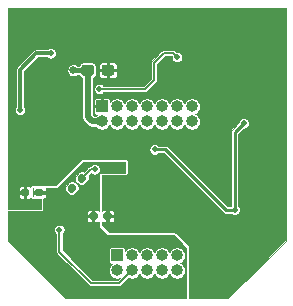
<source format=gbr>
%TF.GenerationSoftware,KiCad,Pcbnew,(5.1.8)-1*%
%TF.CreationDate,2021-11-17T13:18:44-05:00*%
%TF.ProjectId,impedance_measurement,696d7065-6461-46e6-9365-5f6d65617375,rev?*%
%TF.SameCoordinates,Original*%
%TF.FileFunction,Copper,L2,Bot*%
%TF.FilePolarity,Positive*%
%FSLAX46Y46*%
G04 Gerber Fmt 4.6, Leading zero omitted, Abs format (unit mm)*
G04 Created by KiCad (PCBNEW (5.1.8)-1) date 2021-11-17 13:18:44*
%MOMM*%
%LPD*%
G01*
G04 APERTURE LIST*
%TA.AperFunction,ComponentPad*%
%ADD10O,1.000000X1.000000*%
%TD*%
%TA.AperFunction,ComponentPad*%
%ADD11R,1.000000X1.000000*%
%TD*%
%TA.AperFunction,ViaPad*%
%ADD12C,0.508000*%
%TD*%
%TA.AperFunction,ViaPad*%
%ADD13C,0.635000*%
%TD*%
%TA.AperFunction,Conductor*%
%ADD14C,0.152400*%
%TD*%
%TA.AperFunction,Conductor*%
%ADD15C,0.304800*%
%TD*%
%TA.AperFunction,Conductor*%
%ADD16C,0.254000*%
%TD*%
%TA.AperFunction,Conductor*%
%ADD17C,0.508000*%
%TD*%
%TA.AperFunction,Conductor*%
%ADD18C,0.381000*%
%TD*%
%TA.AperFunction,Conductor*%
%ADD19C,0.076200*%
%TD*%
%TA.AperFunction,Conductor*%
%ADD20C,0.100000*%
%TD*%
G04 APERTURE END LIST*
%TO.P,R10,2*%
%TO.N,GND*%
%TA.AperFunction,SMDPad,CuDef*%
G36*
G01*
X122060000Y-115680000D02*
X122060000Y-116000000D01*
G75*
G02*
X121900000Y-116160000I-160000J0D01*
G01*
X121505000Y-116160000D01*
G75*
G02*
X121345000Y-116000000I0J160000D01*
G01*
X121345000Y-115680000D01*
G75*
G02*
X121505000Y-115520000I160000J0D01*
G01*
X121900000Y-115520000D01*
G75*
G02*
X122060000Y-115680000I0J-160000D01*
G01*
G37*
%TD.AperFunction*%
%TO.P,R10,1*%
%TO.N,GNDREF*%
%TA.AperFunction,SMDPad,CuDef*%
G36*
G01*
X123255000Y-115680000D02*
X123255000Y-116000000D01*
G75*
G02*
X123095000Y-116160000I-160000J0D01*
G01*
X122700000Y-116160000D01*
G75*
G02*
X122540000Y-116000000I0J160000D01*
G01*
X122540000Y-115680000D01*
G75*
G02*
X122700000Y-115520000I160000J0D01*
G01*
X123095000Y-115520000D01*
G75*
G02*
X123255000Y-115680000I0J-160000D01*
G01*
G37*
%TD.AperFunction*%
%TD*%
%TO.P,R9,2*%
%TO.N,GND*%
%TA.AperFunction,SMDPad,CuDef*%
G36*
G01*
X128320000Y-118010000D02*
X128320000Y-117690000D01*
G75*
G02*
X128480000Y-117530000I160000J0D01*
G01*
X128875000Y-117530000D01*
G75*
G02*
X129035000Y-117690000I0J-160000D01*
G01*
X129035000Y-118010000D01*
G75*
G02*
X128875000Y-118170000I-160000J0D01*
G01*
X128480000Y-118170000D01*
G75*
G02*
X128320000Y-118010000I0J160000D01*
G01*
G37*
%TD.AperFunction*%
%TO.P,R9,1*%
%TO.N,GNDREF*%
%TA.AperFunction,SMDPad,CuDef*%
G36*
G01*
X127125000Y-118010000D02*
X127125000Y-117690000D01*
G75*
G02*
X127285000Y-117530000I160000J0D01*
G01*
X127680000Y-117530000D01*
G75*
G02*
X127840000Y-117690000I0J-160000D01*
G01*
X127840000Y-118010000D01*
G75*
G02*
X127680000Y-118170000I-160000J0D01*
G01*
X127285000Y-118170000D01*
G75*
G02*
X127125000Y-118010000I0J160000D01*
G01*
G37*
%TD.AperFunction*%
%TD*%
%TO.P,R7,2*%
%TO.N,N/C*%
%TA.AperFunction,SMDPad,CuDef*%
G36*
G01*
X125797158Y-115116568D02*
X126023432Y-115342842D01*
G75*
G02*
X126023432Y-115569116I-113137J-113137D01*
G01*
X125744124Y-115848424D01*
G75*
G02*
X125517850Y-115848424I-113137J113137D01*
G01*
X125291576Y-115622150D01*
G75*
G02*
X125291576Y-115395876I113137J113137D01*
G01*
X125570884Y-115116568D01*
G75*
G02*
X125797158Y-115116568I113137J-113137D01*
G01*
G37*
%TD.AperFunction*%
%TO.P,R7,1*%
%TO.N,Net-(R7-Pad1)*%
%TA.AperFunction,SMDPad,CuDef*%
G36*
G01*
X126642150Y-114271576D02*
X126868424Y-114497850D01*
G75*
G02*
X126868424Y-114724124I-113137J-113137D01*
G01*
X126589116Y-115003432D01*
G75*
G02*
X126362842Y-115003432I-113137J113137D01*
G01*
X126136568Y-114777158D01*
G75*
G02*
X126136568Y-114550884I113137J113137D01*
G01*
X126415876Y-114271576D01*
G75*
G02*
X126642150Y-114271576I113137J-113137D01*
G01*
G37*
%TD.AperFunction*%
%TD*%
D10*
%TO.P,J4,10*%
%TO.N,N/C*%
X134540000Y-122440000D03*
%TO.P,J4,9*%
X134540000Y-121170000D03*
%TO.P,J4,8*%
X133270000Y-122440000D03*
%TO.P,J4,7*%
X133270000Y-121170000D03*
%TO.P,J4,6*%
X132000000Y-122440000D03*
%TO.P,J4,5*%
X132000000Y-121170000D03*
%TO.P,J4,4*%
%TO.N,/SDA*%
X130730000Y-122440000D03*
%TO.P,J4,3*%
%TO.N,N/C*%
X130730000Y-121170000D03*
%TO.P,J4,2*%
%TO.N,/SCL*%
X129460000Y-122440000D03*
D11*
%TO.P,J4,1*%
%TO.N,N/C*%
X129460000Y-121170000D03*
%TD*%
D10*
%TO.P,J3,14*%
%TO.N,N/C*%
X135810000Y-109820000D03*
%TO.P,J3,13*%
X135810000Y-108550000D03*
%TO.P,J3,12*%
X134540000Y-109820000D03*
%TO.P,J3,11*%
X134540000Y-108550000D03*
%TO.P,J3,10*%
%TO.N,/Cali_switch*%
X133270000Y-109820000D03*
%TO.P,J3,9*%
%TO.N,N/C*%
X133270000Y-108550000D03*
%TO.P,J3,8*%
X132000000Y-109820000D03*
%TO.P,J3,7*%
X132000000Y-108550000D03*
%TO.P,J3,6*%
X130730000Y-109820000D03*
%TO.P,J3,5*%
X130730000Y-108550000D03*
%TO.P,J3,4*%
X129460000Y-109820000D03*
%TO.P,J3,3*%
X129460000Y-108550000D03*
%TO.P,J3,2*%
%TO.N,+3V3*%
X128190000Y-109820000D03*
D11*
%TO.P,J3,1*%
%TO.N,GND*%
X128190000Y-108550000D03*
%TD*%
%TO.P,C6,2*%
%TO.N,+3V3*%
%TA.AperFunction,SMDPad,CuDef*%
G36*
G01*
X127525000Y-105252500D02*
X127525000Y-105727500D01*
G75*
G02*
X127287500Y-105965000I-237500J0D01*
G01*
X126687500Y-105965000D01*
G75*
G02*
X126450000Y-105727500I0J237500D01*
G01*
X126450000Y-105252500D01*
G75*
G02*
X126687500Y-105015000I237500J0D01*
G01*
X127287500Y-105015000D01*
G75*
G02*
X127525000Y-105252500I0J-237500D01*
G01*
G37*
%TD.AperFunction*%
%TO.P,C6,1*%
%TO.N,GND*%
%TA.AperFunction,SMDPad,CuDef*%
G36*
G01*
X129250000Y-105252500D02*
X129250000Y-105727500D01*
G75*
G02*
X129012500Y-105965000I-237500J0D01*
G01*
X128412500Y-105965000D01*
G75*
G02*
X128175000Y-105727500I0J237500D01*
G01*
X128175000Y-105252500D01*
G75*
G02*
X128412500Y-105015000I237500J0D01*
G01*
X129012500Y-105015000D01*
G75*
G02*
X129250000Y-105252500I0J-237500D01*
G01*
G37*
%TD.AperFunction*%
%TD*%
D12*
%TO.N,GND*%
X140530000Y-118240000D03*
X141320000Y-108250000D03*
X121180000Y-112160000D03*
X124610000Y-111300000D03*
X122910000Y-110580000D03*
X122690000Y-105530000D03*
X125410000Y-107490000D03*
X125390000Y-106800000D03*
X131270000Y-105670000D03*
X130550000Y-103540000D03*
X131530000Y-103540000D03*
X131530000Y-102860000D03*
X130550000Y-102860000D03*
X130550000Y-101940000D03*
X131530000Y-101940000D03*
X131520000Y-101270000D03*
X130560000Y-101270000D03*
X139770000Y-103540000D03*
X140750000Y-103540000D03*
X140750000Y-102860000D03*
X139770000Y-102860000D03*
X139770000Y-101940000D03*
X140750000Y-101940000D03*
X140740000Y-101270000D03*
X139790000Y-101270000D03*
%TO.N,/Cali_switch*%
X134570000Y-104390000D03*
X127980000Y-107080000D03*
%TO.N,VDD*%
X121268750Y-108851250D03*
X123860000Y-104060000D03*
%TO.N,GND*%
X134210000Y-107110000D03*
X135510000Y-116340000D03*
X122700000Y-116800000D03*
X121600000Y-116800000D03*
%TO.N,+3V0*%
X139430000Y-117310000D03*
X132671250Y-112201250D03*
X140210000Y-109980000D03*
D13*
%TO.N,+3V3*%
X125780000Y-105490000D03*
D12*
%TO.N,GNDREF*%
X123900000Y-116200000D03*
X124500000Y-116800000D03*
%TO.N,/SDA*%
X124600000Y-119000000D03*
%TO.N,Net-(R7-Pad1)*%
X127590000Y-113880000D03*
%TD*%
D14*
%TO.N,/Cali_switch*%
X134570000Y-104390000D02*
X134210000Y-104030000D01*
D15*
%TO.N,VDD*%
X121268750Y-108851250D02*
X121268750Y-106651250D01*
X123860000Y-104060000D02*
X122660000Y-104060000D01*
X121268750Y-105451250D02*
X121268750Y-106651250D01*
X122660000Y-104060000D02*
X121268750Y-105451250D01*
D16*
%TO.N,+3V0*%
X138670000Y-117310000D02*
X133561250Y-112201250D01*
X133561250Y-112201250D02*
X132671250Y-112201250D01*
X139430000Y-117310000D02*
X138670000Y-117310000D01*
X139430000Y-117310000D02*
X139430000Y-110760000D01*
X139430000Y-110760000D02*
X140210000Y-109980000D01*
D17*
%TO.N,+3V3*%
X128190000Y-109820000D02*
X127360000Y-109820000D01*
X127360000Y-109820000D02*
X126987500Y-109447500D01*
X126987500Y-109447500D02*
X126987500Y-105490000D01*
D18*
X126987500Y-105490000D02*
X125780000Y-105490000D01*
D14*
%TO.N,/SDA*%
X130730000Y-122440000D02*
X129660000Y-123510000D01*
X129660000Y-123510000D02*
X127270000Y-123510000D01*
X124600000Y-120840000D02*
X124600000Y-119000000D01*
X127270000Y-123510000D02*
X124600000Y-120840000D01*
%TO.N,Net-(R7-Pad1)*%
X127260000Y-113880000D02*
X126502496Y-114637504D01*
X127590000Y-113880000D02*
X127260000Y-113880000D01*
%TO.N,/Cali_switch*%
X127980000Y-107080000D02*
X131840000Y-107080000D01*
X131840000Y-107080000D02*
X132590000Y-106330000D01*
X132590000Y-106330000D02*
X132590000Y-104880000D01*
X133440000Y-104030000D02*
X134210000Y-104030000D01*
X132590000Y-104880000D02*
X133440000Y-104030000D01*
%TD*%
D19*
%TO.N,GNDREF*%
X130161900Y-114161900D02*
X128000000Y-114161900D01*
X127992567Y-114162632D01*
X127985420Y-114164800D01*
X127978833Y-114168321D01*
X127973059Y-114173059D01*
X127968321Y-114178833D01*
X127964800Y-114185420D01*
X127962632Y-114192567D01*
X127961900Y-114200000D01*
X127961900Y-117383601D01*
X127946348Y-117370838D01*
X127913254Y-117353149D01*
X127877345Y-117342256D01*
X127840000Y-117338578D01*
X127619025Y-117339500D01*
X127571400Y-117387125D01*
X127571400Y-117761100D01*
X127591400Y-117761100D01*
X127591400Y-117938900D01*
X127571400Y-117938900D01*
X127571400Y-118312875D01*
X127619025Y-118360500D01*
X127840000Y-118361422D01*
X127877345Y-118357744D01*
X127913254Y-118346851D01*
X127946348Y-118329162D01*
X127961900Y-118316399D01*
X127961900Y-118700000D01*
X127962632Y-118707433D01*
X127964800Y-118714580D01*
X127968321Y-118721167D01*
X127973059Y-118726941D01*
X128673059Y-119426941D01*
X128678833Y-119431679D01*
X128685420Y-119435200D01*
X128692567Y-119437368D01*
X128700000Y-119438100D01*
X134284218Y-119438100D01*
X135361900Y-120515782D01*
X135361900Y-124784500D01*
X125089263Y-124784500D01*
X120215500Y-119910738D01*
X120215500Y-118956221D01*
X124155500Y-118956221D01*
X124155500Y-119043779D01*
X124172582Y-119129656D01*
X124206089Y-119210550D01*
X124254734Y-119283352D01*
X124316648Y-119345266D01*
X124333301Y-119356393D01*
X124333300Y-120826904D01*
X124332010Y-120840000D01*
X124333300Y-120853096D01*
X124333300Y-120853097D01*
X124337159Y-120892281D01*
X124352410Y-120942554D01*
X124377174Y-120988887D01*
X124410502Y-121029498D01*
X124420684Y-121037854D01*
X127072146Y-123689316D01*
X127080502Y-123699498D01*
X127121113Y-123732826D01*
X127167445Y-123757590D01*
X127217718Y-123772841D01*
X127256902Y-123776700D01*
X127256903Y-123776700D01*
X127269999Y-123777990D01*
X127283095Y-123776700D01*
X129646904Y-123776700D01*
X129660000Y-123777990D01*
X129673096Y-123776700D01*
X129673098Y-123776700D01*
X129712282Y-123772841D01*
X129762555Y-123757590D01*
X129808887Y-123732826D01*
X129849498Y-123699498D01*
X129857854Y-123689316D01*
X130468214Y-123078956D01*
X130528589Y-123103964D01*
X130661992Y-123130500D01*
X130798008Y-123130500D01*
X130931411Y-123103964D01*
X131057074Y-123051913D01*
X131170168Y-122976346D01*
X131266346Y-122880168D01*
X131341913Y-122767074D01*
X131365000Y-122711337D01*
X131388087Y-122767074D01*
X131463654Y-122880168D01*
X131559832Y-122976346D01*
X131672926Y-123051913D01*
X131798589Y-123103964D01*
X131931992Y-123130500D01*
X132068008Y-123130500D01*
X132201411Y-123103964D01*
X132327074Y-123051913D01*
X132440168Y-122976346D01*
X132536346Y-122880168D01*
X132611913Y-122767074D01*
X132635000Y-122711337D01*
X132658087Y-122767074D01*
X132733654Y-122880168D01*
X132829832Y-122976346D01*
X132942926Y-123051913D01*
X133068589Y-123103964D01*
X133201992Y-123130500D01*
X133338008Y-123130500D01*
X133471411Y-123103964D01*
X133597074Y-123051913D01*
X133710168Y-122976346D01*
X133806346Y-122880168D01*
X133881913Y-122767074D01*
X133905000Y-122711337D01*
X133928087Y-122767074D01*
X134003654Y-122880168D01*
X134099832Y-122976346D01*
X134212926Y-123051913D01*
X134338589Y-123103964D01*
X134471992Y-123130500D01*
X134608008Y-123130500D01*
X134741411Y-123103964D01*
X134867074Y-123051913D01*
X134980168Y-122976346D01*
X135076346Y-122880168D01*
X135151913Y-122767074D01*
X135203964Y-122641411D01*
X135230500Y-122508008D01*
X135230500Y-122371992D01*
X135203964Y-122238589D01*
X135151913Y-122112926D01*
X135076346Y-121999832D01*
X134980168Y-121903654D01*
X134867074Y-121828087D01*
X134811337Y-121805000D01*
X134867074Y-121781913D01*
X134980168Y-121706346D01*
X135076346Y-121610168D01*
X135151913Y-121497074D01*
X135203964Y-121371411D01*
X135230500Y-121238008D01*
X135230500Y-121101992D01*
X135203964Y-120968589D01*
X135151913Y-120842926D01*
X135076346Y-120729832D01*
X134980168Y-120633654D01*
X134867074Y-120558087D01*
X134741411Y-120506036D01*
X134608008Y-120479500D01*
X134471992Y-120479500D01*
X134338589Y-120506036D01*
X134212926Y-120558087D01*
X134099832Y-120633654D01*
X134003654Y-120729832D01*
X133928087Y-120842926D01*
X133905000Y-120898663D01*
X133881913Y-120842926D01*
X133806346Y-120729832D01*
X133710168Y-120633654D01*
X133597074Y-120558087D01*
X133471411Y-120506036D01*
X133338008Y-120479500D01*
X133201992Y-120479500D01*
X133068589Y-120506036D01*
X132942926Y-120558087D01*
X132829832Y-120633654D01*
X132733654Y-120729832D01*
X132658087Y-120842926D01*
X132635000Y-120898663D01*
X132611913Y-120842926D01*
X132536346Y-120729832D01*
X132440168Y-120633654D01*
X132327074Y-120558087D01*
X132201411Y-120506036D01*
X132068008Y-120479500D01*
X131931992Y-120479500D01*
X131798589Y-120506036D01*
X131672926Y-120558087D01*
X131559832Y-120633654D01*
X131463654Y-120729832D01*
X131388087Y-120842926D01*
X131365000Y-120898663D01*
X131341913Y-120842926D01*
X131266346Y-120729832D01*
X131170168Y-120633654D01*
X131057074Y-120558087D01*
X130931411Y-120506036D01*
X130798008Y-120479500D01*
X130661992Y-120479500D01*
X130528589Y-120506036D01*
X130402926Y-120558087D01*
X130289832Y-120633654D01*
X130193654Y-120729832D01*
X130151421Y-120793038D01*
X130151421Y-120670000D01*
X130147743Y-120632656D01*
X130136850Y-120596746D01*
X130119161Y-120563652D01*
X130095355Y-120534645D01*
X130066348Y-120510839D01*
X130033254Y-120493150D01*
X129997344Y-120482257D01*
X129960000Y-120478579D01*
X128960000Y-120478579D01*
X128922656Y-120482257D01*
X128886746Y-120493150D01*
X128853652Y-120510839D01*
X128824645Y-120534645D01*
X128800839Y-120563652D01*
X128783150Y-120596746D01*
X128772257Y-120632656D01*
X128768579Y-120670000D01*
X128768579Y-121670000D01*
X128772257Y-121707344D01*
X128783150Y-121743254D01*
X128800839Y-121776348D01*
X128824645Y-121805355D01*
X128853652Y-121829161D01*
X128886746Y-121846850D01*
X128922656Y-121857743D01*
X128960000Y-121861421D01*
X129083038Y-121861421D01*
X129019832Y-121903654D01*
X128923654Y-121999832D01*
X128848087Y-122112926D01*
X128796036Y-122238589D01*
X128769500Y-122371992D01*
X128769500Y-122508008D01*
X128796036Y-122641411D01*
X128848087Y-122767074D01*
X128923654Y-122880168D01*
X129019832Y-122976346D01*
X129132926Y-123051913D01*
X129258589Y-123103964D01*
X129391992Y-123130500D01*
X129528008Y-123130500D01*
X129661411Y-123103964D01*
X129708279Y-123084551D01*
X129549530Y-123243300D01*
X127380470Y-123243300D01*
X124866700Y-120729530D01*
X124866700Y-119356393D01*
X124883352Y-119345266D01*
X124945266Y-119283352D01*
X124993911Y-119210550D01*
X125027418Y-119129656D01*
X125044500Y-119043779D01*
X125044500Y-118956221D01*
X125027418Y-118870344D01*
X124993911Y-118789450D01*
X124945266Y-118716648D01*
X124883352Y-118654734D01*
X124810550Y-118606089D01*
X124729656Y-118572582D01*
X124643779Y-118555500D01*
X124556221Y-118555500D01*
X124470344Y-118572582D01*
X124389450Y-118606089D01*
X124316648Y-118654734D01*
X124254734Y-118716648D01*
X124206089Y-118789450D01*
X124172582Y-118870344D01*
X124155500Y-118956221D01*
X120215500Y-118956221D01*
X120215500Y-118170000D01*
X126933578Y-118170000D01*
X126937256Y-118207345D01*
X126948149Y-118243254D01*
X126965838Y-118276348D01*
X126989644Y-118305356D01*
X127018652Y-118329162D01*
X127051746Y-118346851D01*
X127087655Y-118357744D01*
X127125000Y-118361422D01*
X127345975Y-118360500D01*
X127393600Y-118312875D01*
X127393600Y-117938900D01*
X126982125Y-117938900D01*
X126934500Y-117986525D01*
X126933578Y-118170000D01*
X120215500Y-118170000D01*
X120215500Y-117530000D01*
X126933578Y-117530000D01*
X126934500Y-117713475D01*
X126982125Y-117761100D01*
X127393600Y-117761100D01*
X127393600Y-117387125D01*
X127345975Y-117339500D01*
X127125000Y-117338578D01*
X127087655Y-117342256D01*
X127051746Y-117353149D01*
X127018652Y-117370838D01*
X126989644Y-117394644D01*
X126965838Y-117423652D01*
X126948149Y-117456746D01*
X126937256Y-117492655D01*
X126933578Y-117530000D01*
X120215500Y-117530000D01*
X120215500Y-117438100D01*
X123200000Y-117438100D01*
X123207433Y-117437368D01*
X123214580Y-117435200D01*
X123221167Y-117431679D01*
X123226941Y-117426941D01*
X123231679Y-117421167D01*
X123235200Y-117414580D01*
X123237368Y-117407433D01*
X123238100Y-117400000D01*
X123238100Y-116351351D01*
X123255000Y-116351422D01*
X123292345Y-116347744D01*
X123328254Y-116336851D01*
X123361348Y-116319162D01*
X123390356Y-116295356D01*
X123414162Y-116266348D01*
X123431851Y-116233254D01*
X123442744Y-116197345D01*
X123446422Y-116160000D01*
X123445500Y-115976525D01*
X123397875Y-115928900D01*
X122986400Y-115928900D01*
X122986400Y-115948900D01*
X122808600Y-115948900D01*
X122808600Y-115928900D01*
X122397125Y-115928900D01*
X122349500Y-115976525D01*
X122348578Y-116160000D01*
X122348765Y-116161900D01*
X122338100Y-116161900D01*
X122338100Y-115438100D01*
X122367770Y-115438100D01*
X122363149Y-115446746D01*
X122352256Y-115482655D01*
X122348578Y-115520000D01*
X122349500Y-115703475D01*
X122397125Y-115751100D01*
X122808600Y-115751100D01*
X122808600Y-115731100D01*
X122986400Y-115731100D01*
X122986400Y-115751100D01*
X123397875Y-115751100D01*
X123445500Y-115703475D01*
X123446422Y-115520000D01*
X123445340Y-115509013D01*
X125053292Y-115509013D01*
X125060044Y-115577572D01*
X125080042Y-115643496D01*
X125112517Y-115704252D01*
X125156221Y-115757505D01*
X125382495Y-115983779D01*
X125435748Y-116027483D01*
X125496504Y-116059958D01*
X125562428Y-116079956D01*
X125630987Y-116086708D01*
X125699546Y-116079956D01*
X125765470Y-116059958D01*
X125826226Y-116027483D01*
X125879479Y-115983779D01*
X126158787Y-115704471D01*
X126202491Y-115651218D01*
X126234966Y-115590462D01*
X126254964Y-115524538D01*
X126261716Y-115455979D01*
X126254964Y-115387420D01*
X126234966Y-115321496D01*
X126202491Y-115260740D01*
X126158787Y-115207487D01*
X125932513Y-114981213D01*
X125879260Y-114937509D01*
X125818504Y-114905034D01*
X125752580Y-114885036D01*
X125684021Y-114878284D01*
X125615462Y-114885036D01*
X125549538Y-114905034D01*
X125488782Y-114937509D01*
X125435529Y-114981213D01*
X125156221Y-115260521D01*
X125112517Y-115313774D01*
X125080042Y-115374530D01*
X125060044Y-115440454D01*
X125053292Y-115509013D01*
X123445340Y-115509013D01*
X123442744Y-115482655D01*
X123431851Y-115446746D01*
X123427230Y-115438100D01*
X124400000Y-115438100D01*
X124407433Y-115437368D01*
X124414580Y-115435200D01*
X124421167Y-115431679D01*
X124426941Y-115426941D01*
X125189861Y-114664021D01*
X125898284Y-114664021D01*
X125905036Y-114732580D01*
X125925034Y-114798504D01*
X125957509Y-114859260D01*
X126001213Y-114912513D01*
X126227487Y-115138787D01*
X126280740Y-115182491D01*
X126341496Y-115214966D01*
X126407420Y-115234964D01*
X126475979Y-115241716D01*
X126544538Y-115234964D01*
X126610462Y-115214966D01*
X126671218Y-115182491D01*
X126724471Y-115138787D01*
X127003779Y-114859479D01*
X127047483Y-114806226D01*
X127079958Y-114745470D01*
X127099956Y-114679546D01*
X127106708Y-114610987D01*
X127099956Y-114542428D01*
X127079958Y-114476504D01*
X127066271Y-114450899D01*
X127299276Y-114217894D01*
X127306648Y-114225266D01*
X127379450Y-114273911D01*
X127460344Y-114307418D01*
X127546221Y-114324500D01*
X127633779Y-114324500D01*
X127719656Y-114307418D01*
X127800550Y-114273911D01*
X127873352Y-114225266D01*
X127935266Y-114163352D01*
X127983911Y-114090550D01*
X128017418Y-114009656D01*
X128034500Y-113923779D01*
X128034500Y-113836221D01*
X128017418Y-113750344D01*
X127983911Y-113669450D01*
X127935266Y-113596648D01*
X127873352Y-113534734D01*
X127800550Y-113486089D01*
X127719656Y-113452582D01*
X127633779Y-113435500D01*
X127546221Y-113435500D01*
X127460344Y-113452582D01*
X127379450Y-113486089D01*
X127306648Y-113534734D01*
X127244734Y-113596648D01*
X127232671Y-113614702D01*
X127207718Y-113617159D01*
X127157445Y-113632410D01*
X127117091Y-113653979D01*
X127111111Y-113657175D01*
X127101729Y-113664875D01*
X127070502Y-113690502D01*
X127062146Y-113700684D01*
X126689101Y-114073729D01*
X126663496Y-114060042D01*
X126597572Y-114040044D01*
X126529013Y-114033292D01*
X126460454Y-114040044D01*
X126394530Y-114060042D01*
X126333774Y-114092517D01*
X126280521Y-114136221D01*
X126001213Y-114415529D01*
X125957509Y-114468782D01*
X125925034Y-114529538D01*
X125905036Y-114595462D01*
X125898284Y-114664021D01*
X125189861Y-114664021D01*
X126615782Y-113238100D01*
X130161900Y-113238100D01*
X130161900Y-114161900D01*
%TA.AperFunction,Conductor*%
D20*
G36*
X130161900Y-114161900D02*
G01*
X128000000Y-114161900D01*
X127992567Y-114162632D01*
X127985420Y-114164800D01*
X127978833Y-114168321D01*
X127973059Y-114173059D01*
X127968321Y-114178833D01*
X127964800Y-114185420D01*
X127962632Y-114192567D01*
X127961900Y-114200000D01*
X127961900Y-117383601D01*
X127946348Y-117370838D01*
X127913254Y-117353149D01*
X127877345Y-117342256D01*
X127840000Y-117338578D01*
X127619025Y-117339500D01*
X127571400Y-117387125D01*
X127571400Y-117761100D01*
X127591400Y-117761100D01*
X127591400Y-117938900D01*
X127571400Y-117938900D01*
X127571400Y-118312875D01*
X127619025Y-118360500D01*
X127840000Y-118361422D01*
X127877345Y-118357744D01*
X127913254Y-118346851D01*
X127946348Y-118329162D01*
X127961900Y-118316399D01*
X127961900Y-118700000D01*
X127962632Y-118707433D01*
X127964800Y-118714580D01*
X127968321Y-118721167D01*
X127973059Y-118726941D01*
X128673059Y-119426941D01*
X128678833Y-119431679D01*
X128685420Y-119435200D01*
X128692567Y-119437368D01*
X128700000Y-119438100D01*
X134284218Y-119438100D01*
X135361900Y-120515782D01*
X135361900Y-124784500D01*
X125089263Y-124784500D01*
X120215500Y-119910738D01*
X120215500Y-118956221D01*
X124155500Y-118956221D01*
X124155500Y-119043779D01*
X124172582Y-119129656D01*
X124206089Y-119210550D01*
X124254734Y-119283352D01*
X124316648Y-119345266D01*
X124333301Y-119356393D01*
X124333300Y-120826904D01*
X124332010Y-120840000D01*
X124333300Y-120853096D01*
X124333300Y-120853097D01*
X124337159Y-120892281D01*
X124352410Y-120942554D01*
X124377174Y-120988887D01*
X124410502Y-121029498D01*
X124420684Y-121037854D01*
X127072146Y-123689316D01*
X127080502Y-123699498D01*
X127121113Y-123732826D01*
X127167445Y-123757590D01*
X127217718Y-123772841D01*
X127256902Y-123776700D01*
X127256903Y-123776700D01*
X127269999Y-123777990D01*
X127283095Y-123776700D01*
X129646904Y-123776700D01*
X129660000Y-123777990D01*
X129673096Y-123776700D01*
X129673098Y-123776700D01*
X129712282Y-123772841D01*
X129762555Y-123757590D01*
X129808887Y-123732826D01*
X129849498Y-123699498D01*
X129857854Y-123689316D01*
X130468214Y-123078956D01*
X130528589Y-123103964D01*
X130661992Y-123130500D01*
X130798008Y-123130500D01*
X130931411Y-123103964D01*
X131057074Y-123051913D01*
X131170168Y-122976346D01*
X131266346Y-122880168D01*
X131341913Y-122767074D01*
X131365000Y-122711337D01*
X131388087Y-122767074D01*
X131463654Y-122880168D01*
X131559832Y-122976346D01*
X131672926Y-123051913D01*
X131798589Y-123103964D01*
X131931992Y-123130500D01*
X132068008Y-123130500D01*
X132201411Y-123103964D01*
X132327074Y-123051913D01*
X132440168Y-122976346D01*
X132536346Y-122880168D01*
X132611913Y-122767074D01*
X132635000Y-122711337D01*
X132658087Y-122767074D01*
X132733654Y-122880168D01*
X132829832Y-122976346D01*
X132942926Y-123051913D01*
X133068589Y-123103964D01*
X133201992Y-123130500D01*
X133338008Y-123130500D01*
X133471411Y-123103964D01*
X133597074Y-123051913D01*
X133710168Y-122976346D01*
X133806346Y-122880168D01*
X133881913Y-122767074D01*
X133905000Y-122711337D01*
X133928087Y-122767074D01*
X134003654Y-122880168D01*
X134099832Y-122976346D01*
X134212926Y-123051913D01*
X134338589Y-123103964D01*
X134471992Y-123130500D01*
X134608008Y-123130500D01*
X134741411Y-123103964D01*
X134867074Y-123051913D01*
X134980168Y-122976346D01*
X135076346Y-122880168D01*
X135151913Y-122767074D01*
X135203964Y-122641411D01*
X135230500Y-122508008D01*
X135230500Y-122371992D01*
X135203964Y-122238589D01*
X135151913Y-122112926D01*
X135076346Y-121999832D01*
X134980168Y-121903654D01*
X134867074Y-121828087D01*
X134811337Y-121805000D01*
X134867074Y-121781913D01*
X134980168Y-121706346D01*
X135076346Y-121610168D01*
X135151913Y-121497074D01*
X135203964Y-121371411D01*
X135230500Y-121238008D01*
X135230500Y-121101992D01*
X135203964Y-120968589D01*
X135151913Y-120842926D01*
X135076346Y-120729832D01*
X134980168Y-120633654D01*
X134867074Y-120558087D01*
X134741411Y-120506036D01*
X134608008Y-120479500D01*
X134471992Y-120479500D01*
X134338589Y-120506036D01*
X134212926Y-120558087D01*
X134099832Y-120633654D01*
X134003654Y-120729832D01*
X133928087Y-120842926D01*
X133905000Y-120898663D01*
X133881913Y-120842926D01*
X133806346Y-120729832D01*
X133710168Y-120633654D01*
X133597074Y-120558087D01*
X133471411Y-120506036D01*
X133338008Y-120479500D01*
X133201992Y-120479500D01*
X133068589Y-120506036D01*
X132942926Y-120558087D01*
X132829832Y-120633654D01*
X132733654Y-120729832D01*
X132658087Y-120842926D01*
X132635000Y-120898663D01*
X132611913Y-120842926D01*
X132536346Y-120729832D01*
X132440168Y-120633654D01*
X132327074Y-120558087D01*
X132201411Y-120506036D01*
X132068008Y-120479500D01*
X131931992Y-120479500D01*
X131798589Y-120506036D01*
X131672926Y-120558087D01*
X131559832Y-120633654D01*
X131463654Y-120729832D01*
X131388087Y-120842926D01*
X131365000Y-120898663D01*
X131341913Y-120842926D01*
X131266346Y-120729832D01*
X131170168Y-120633654D01*
X131057074Y-120558087D01*
X130931411Y-120506036D01*
X130798008Y-120479500D01*
X130661992Y-120479500D01*
X130528589Y-120506036D01*
X130402926Y-120558087D01*
X130289832Y-120633654D01*
X130193654Y-120729832D01*
X130151421Y-120793038D01*
X130151421Y-120670000D01*
X130147743Y-120632656D01*
X130136850Y-120596746D01*
X130119161Y-120563652D01*
X130095355Y-120534645D01*
X130066348Y-120510839D01*
X130033254Y-120493150D01*
X129997344Y-120482257D01*
X129960000Y-120478579D01*
X128960000Y-120478579D01*
X128922656Y-120482257D01*
X128886746Y-120493150D01*
X128853652Y-120510839D01*
X128824645Y-120534645D01*
X128800839Y-120563652D01*
X128783150Y-120596746D01*
X128772257Y-120632656D01*
X128768579Y-120670000D01*
X128768579Y-121670000D01*
X128772257Y-121707344D01*
X128783150Y-121743254D01*
X128800839Y-121776348D01*
X128824645Y-121805355D01*
X128853652Y-121829161D01*
X128886746Y-121846850D01*
X128922656Y-121857743D01*
X128960000Y-121861421D01*
X129083038Y-121861421D01*
X129019832Y-121903654D01*
X128923654Y-121999832D01*
X128848087Y-122112926D01*
X128796036Y-122238589D01*
X128769500Y-122371992D01*
X128769500Y-122508008D01*
X128796036Y-122641411D01*
X128848087Y-122767074D01*
X128923654Y-122880168D01*
X129019832Y-122976346D01*
X129132926Y-123051913D01*
X129258589Y-123103964D01*
X129391992Y-123130500D01*
X129528008Y-123130500D01*
X129661411Y-123103964D01*
X129708279Y-123084551D01*
X129549530Y-123243300D01*
X127380470Y-123243300D01*
X124866700Y-120729530D01*
X124866700Y-119356393D01*
X124883352Y-119345266D01*
X124945266Y-119283352D01*
X124993911Y-119210550D01*
X125027418Y-119129656D01*
X125044500Y-119043779D01*
X125044500Y-118956221D01*
X125027418Y-118870344D01*
X124993911Y-118789450D01*
X124945266Y-118716648D01*
X124883352Y-118654734D01*
X124810550Y-118606089D01*
X124729656Y-118572582D01*
X124643779Y-118555500D01*
X124556221Y-118555500D01*
X124470344Y-118572582D01*
X124389450Y-118606089D01*
X124316648Y-118654734D01*
X124254734Y-118716648D01*
X124206089Y-118789450D01*
X124172582Y-118870344D01*
X124155500Y-118956221D01*
X120215500Y-118956221D01*
X120215500Y-118170000D01*
X126933578Y-118170000D01*
X126937256Y-118207345D01*
X126948149Y-118243254D01*
X126965838Y-118276348D01*
X126989644Y-118305356D01*
X127018652Y-118329162D01*
X127051746Y-118346851D01*
X127087655Y-118357744D01*
X127125000Y-118361422D01*
X127345975Y-118360500D01*
X127393600Y-118312875D01*
X127393600Y-117938900D01*
X126982125Y-117938900D01*
X126934500Y-117986525D01*
X126933578Y-118170000D01*
X120215500Y-118170000D01*
X120215500Y-117530000D01*
X126933578Y-117530000D01*
X126934500Y-117713475D01*
X126982125Y-117761100D01*
X127393600Y-117761100D01*
X127393600Y-117387125D01*
X127345975Y-117339500D01*
X127125000Y-117338578D01*
X127087655Y-117342256D01*
X127051746Y-117353149D01*
X127018652Y-117370838D01*
X126989644Y-117394644D01*
X126965838Y-117423652D01*
X126948149Y-117456746D01*
X126937256Y-117492655D01*
X126933578Y-117530000D01*
X120215500Y-117530000D01*
X120215500Y-117438100D01*
X123200000Y-117438100D01*
X123207433Y-117437368D01*
X123214580Y-117435200D01*
X123221167Y-117431679D01*
X123226941Y-117426941D01*
X123231679Y-117421167D01*
X123235200Y-117414580D01*
X123237368Y-117407433D01*
X123238100Y-117400000D01*
X123238100Y-116351351D01*
X123255000Y-116351422D01*
X123292345Y-116347744D01*
X123328254Y-116336851D01*
X123361348Y-116319162D01*
X123390356Y-116295356D01*
X123414162Y-116266348D01*
X123431851Y-116233254D01*
X123442744Y-116197345D01*
X123446422Y-116160000D01*
X123445500Y-115976525D01*
X123397875Y-115928900D01*
X122986400Y-115928900D01*
X122986400Y-115948900D01*
X122808600Y-115948900D01*
X122808600Y-115928900D01*
X122397125Y-115928900D01*
X122349500Y-115976525D01*
X122348578Y-116160000D01*
X122348765Y-116161900D01*
X122338100Y-116161900D01*
X122338100Y-115438100D01*
X122367770Y-115438100D01*
X122363149Y-115446746D01*
X122352256Y-115482655D01*
X122348578Y-115520000D01*
X122349500Y-115703475D01*
X122397125Y-115751100D01*
X122808600Y-115751100D01*
X122808600Y-115731100D01*
X122986400Y-115731100D01*
X122986400Y-115751100D01*
X123397875Y-115751100D01*
X123445500Y-115703475D01*
X123446422Y-115520000D01*
X123445340Y-115509013D01*
X125053292Y-115509013D01*
X125060044Y-115577572D01*
X125080042Y-115643496D01*
X125112517Y-115704252D01*
X125156221Y-115757505D01*
X125382495Y-115983779D01*
X125435748Y-116027483D01*
X125496504Y-116059958D01*
X125562428Y-116079956D01*
X125630987Y-116086708D01*
X125699546Y-116079956D01*
X125765470Y-116059958D01*
X125826226Y-116027483D01*
X125879479Y-115983779D01*
X126158787Y-115704471D01*
X126202491Y-115651218D01*
X126234966Y-115590462D01*
X126254964Y-115524538D01*
X126261716Y-115455979D01*
X126254964Y-115387420D01*
X126234966Y-115321496D01*
X126202491Y-115260740D01*
X126158787Y-115207487D01*
X125932513Y-114981213D01*
X125879260Y-114937509D01*
X125818504Y-114905034D01*
X125752580Y-114885036D01*
X125684021Y-114878284D01*
X125615462Y-114885036D01*
X125549538Y-114905034D01*
X125488782Y-114937509D01*
X125435529Y-114981213D01*
X125156221Y-115260521D01*
X125112517Y-115313774D01*
X125080042Y-115374530D01*
X125060044Y-115440454D01*
X125053292Y-115509013D01*
X123445340Y-115509013D01*
X123442744Y-115482655D01*
X123431851Y-115446746D01*
X123427230Y-115438100D01*
X124400000Y-115438100D01*
X124407433Y-115437368D01*
X124414580Y-115435200D01*
X124421167Y-115431679D01*
X124426941Y-115426941D01*
X125189861Y-114664021D01*
X125898284Y-114664021D01*
X125905036Y-114732580D01*
X125925034Y-114798504D01*
X125957509Y-114859260D01*
X126001213Y-114912513D01*
X126227487Y-115138787D01*
X126280740Y-115182491D01*
X126341496Y-115214966D01*
X126407420Y-115234964D01*
X126475979Y-115241716D01*
X126544538Y-115234964D01*
X126610462Y-115214966D01*
X126671218Y-115182491D01*
X126724471Y-115138787D01*
X127003779Y-114859479D01*
X127047483Y-114806226D01*
X127079958Y-114745470D01*
X127099956Y-114679546D01*
X127106708Y-114610987D01*
X127099956Y-114542428D01*
X127079958Y-114476504D01*
X127066271Y-114450899D01*
X127299276Y-114217894D01*
X127306648Y-114225266D01*
X127379450Y-114273911D01*
X127460344Y-114307418D01*
X127546221Y-114324500D01*
X127633779Y-114324500D01*
X127719656Y-114307418D01*
X127800550Y-114273911D01*
X127873352Y-114225266D01*
X127935266Y-114163352D01*
X127983911Y-114090550D01*
X128017418Y-114009656D01*
X128034500Y-113923779D01*
X128034500Y-113836221D01*
X128017418Y-113750344D01*
X127983911Y-113669450D01*
X127935266Y-113596648D01*
X127873352Y-113534734D01*
X127800550Y-113486089D01*
X127719656Y-113452582D01*
X127633779Y-113435500D01*
X127546221Y-113435500D01*
X127460344Y-113452582D01*
X127379450Y-113486089D01*
X127306648Y-113534734D01*
X127244734Y-113596648D01*
X127232671Y-113614702D01*
X127207718Y-113617159D01*
X127157445Y-113632410D01*
X127117091Y-113653979D01*
X127111111Y-113657175D01*
X127101729Y-113664875D01*
X127070502Y-113690502D01*
X127062146Y-113700684D01*
X126689101Y-114073729D01*
X126663496Y-114060042D01*
X126597572Y-114040044D01*
X126529013Y-114033292D01*
X126460454Y-114040044D01*
X126394530Y-114060042D01*
X126333774Y-114092517D01*
X126280521Y-114136221D01*
X126001213Y-114415529D01*
X125957509Y-114468782D01*
X125925034Y-114529538D01*
X125905036Y-114595462D01*
X125898284Y-114664021D01*
X125189861Y-114664021D01*
X126615782Y-113238100D01*
X130161900Y-113238100D01*
X130161900Y-114161900D01*
G37*
%TD.AperFunction*%
%TD*%
D19*
%TO.N,GND*%
X143784501Y-119910736D02*
X138910738Y-124784500D01*
X135590500Y-124784500D01*
X135590500Y-120500000D01*
X135586840Y-120462835D01*
X135575999Y-120427099D01*
X135558395Y-120394164D01*
X135534704Y-120365296D01*
X134434704Y-119265296D01*
X134405836Y-119241605D01*
X134372901Y-119224001D01*
X134337165Y-119213160D01*
X134300000Y-119209500D01*
X128778908Y-119209500D01*
X128190500Y-118621092D01*
X128190500Y-118310162D01*
X128213652Y-118329162D01*
X128246746Y-118346851D01*
X128282655Y-118357744D01*
X128320000Y-118361422D01*
X128540975Y-118360500D01*
X128588600Y-118312875D01*
X128588600Y-117938900D01*
X128766400Y-117938900D01*
X128766400Y-118312875D01*
X128814025Y-118360500D01*
X129035000Y-118361422D01*
X129072345Y-118357744D01*
X129108254Y-118346851D01*
X129141348Y-118329162D01*
X129170356Y-118305356D01*
X129194162Y-118276348D01*
X129211851Y-118243254D01*
X129222744Y-118207345D01*
X129226422Y-118170000D01*
X129225500Y-117986525D01*
X129177875Y-117938900D01*
X128766400Y-117938900D01*
X128588600Y-117938900D01*
X128568600Y-117938900D01*
X128568600Y-117761100D01*
X128588600Y-117761100D01*
X128588600Y-117387125D01*
X128766400Y-117387125D01*
X128766400Y-117761100D01*
X129177875Y-117761100D01*
X129225500Y-117713475D01*
X129226422Y-117530000D01*
X129222744Y-117492655D01*
X129211851Y-117456746D01*
X129194162Y-117423652D01*
X129170356Y-117394644D01*
X129141348Y-117370838D01*
X129108254Y-117353149D01*
X129072345Y-117342256D01*
X129035000Y-117338578D01*
X128814025Y-117339500D01*
X128766400Y-117387125D01*
X128588600Y-117387125D01*
X128540975Y-117339500D01*
X128320000Y-117338578D01*
X128282655Y-117342256D01*
X128246746Y-117353149D01*
X128213652Y-117370838D01*
X128190500Y-117389838D01*
X128190500Y-114390500D01*
X130200000Y-114390500D01*
X130237165Y-114386840D01*
X130272901Y-114375999D01*
X130305836Y-114358395D01*
X130334704Y-114334704D01*
X130358395Y-114305836D01*
X130375999Y-114272901D01*
X130386840Y-114237165D01*
X130390500Y-114200000D01*
X130390500Y-113200000D01*
X130386840Y-113162835D01*
X130375999Y-113127099D01*
X130358395Y-113094164D01*
X130334704Y-113065296D01*
X130305836Y-113041605D01*
X130272901Y-113024001D01*
X130237165Y-113013160D01*
X130200000Y-113009500D01*
X126600000Y-113009500D01*
X126562835Y-113013160D01*
X126527099Y-113024001D01*
X126494164Y-113041605D01*
X126465296Y-113065296D01*
X124321092Y-115209500D01*
X122300000Y-115209500D01*
X122262835Y-115213160D01*
X122227099Y-115224001D01*
X122194164Y-115241605D01*
X122165296Y-115265296D01*
X122141605Y-115294164D01*
X122124001Y-115327099D01*
X122120322Y-115339226D01*
X122097345Y-115332256D01*
X122060000Y-115328578D01*
X121839025Y-115329500D01*
X121791400Y-115377125D01*
X121791400Y-115751100D01*
X121811400Y-115751100D01*
X121811400Y-115928900D01*
X121791400Y-115928900D01*
X121791400Y-116302875D01*
X121839025Y-116350500D01*
X122060000Y-116351422D01*
X122097345Y-116347744D01*
X122133254Y-116336851D01*
X122156751Y-116324292D01*
X122165296Y-116334704D01*
X122194164Y-116358395D01*
X122227099Y-116375999D01*
X122262835Y-116386840D01*
X122300000Y-116390500D01*
X123009500Y-116390500D01*
X123009500Y-117209500D01*
X120215500Y-117209500D01*
X120215500Y-116160000D01*
X121153578Y-116160000D01*
X121157256Y-116197345D01*
X121168149Y-116233254D01*
X121185838Y-116266348D01*
X121209644Y-116295356D01*
X121238652Y-116319162D01*
X121271746Y-116336851D01*
X121307655Y-116347744D01*
X121345000Y-116351422D01*
X121565975Y-116350500D01*
X121613600Y-116302875D01*
X121613600Y-115928900D01*
X121202125Y-115928900D01*
X121154500Y-115976525D01*
X121153578Y-116160000D01*
X120215500Y-116160000D01*
X120215500Y-115520000D01*
X121153578Y-115520000D01*
X121154500Y-115703475D01*
X121202125Y-115751100D01*
X121613600Y-115751100D01*
X121613600Y-115377125D01*
X121565975Y-115329500D01*
X121345000Y-115328578D01*
X121307655Y-115332256D01*
X121271746Y-115343149D01*
X121238652Y-115360838D01*
X121209644Y-115384644D01*
X121185838Y-115413652D01*
X121168149Y-115446746D01*
X121157256Y-115482655D01*
X121153578Y-115520000D01*
X120215500Y-115520000D01*
X120215500Y-112157471D01*
X132226750Y-112157471D01*
X132226750Y-112245029D01*
X132243832Y-112330906D01*
X132277339Y-112411800D01*
X132325984Y-112484602D01*
X132387898Y-112546516D01*
X132460700Y-112595161D01*
X132541594Y-112628668D01*
X132627471Y-112645750D01*
X132715029Y-112645750D01*
X132800906Y-112628668D01*
X132881800Y-112595161D01*
X132954602Y-112546516D01*
X132982368Y-112518750D01*
X133429738Y-112518750D01*
X138434463Y-117523476D01*
X138444407Y-117535593D01*
X138468685Y-117555517D01*
X138492753Y-117575269D01*
X138547910Y-117604751D01*
X138607759Y-117622906D01*
X138670000Y-117629037D01*
X138685603Y-117627500D01*
X139118882Y-117627500D01*
X139146648Y-117655266D01*
X139219450Y-117703911D01*
X139300344Y-117737418D01*
X139386221Y-117754500D01*
X139473779Y-117754500D01*
X139559656Y-117737418D01*
X139640550Y-117703911D01*
X139713352Y-117655266D01*
X139775266Y-117593352D01*
X139823911Y-117520550D01*
X139857418Y-117439656D01*
X139874500Y-117353779D01*
X139874500Y-117266221D01*
X139857418Y-117180344D01*
X139823911Y-117099450D01*
X139775266Y-117026648D01*
X139747500Y-116998882D01*
X139747500Y-110891512D01*
X140214513Y-110424500D01*
X140253779Y-110424500D01*
X140339656Y-110407418D01*
X140420550Y-110373911D01*
X140493352Y-110325266D01*
X140555266Y-110263352D01*
X140603911Y-110190550D01*
X140637418Y-110109656D01*
X140654500Y-110023779D01*
X140654500Y-109936221D01*
X140637418Y-109850344D01*
X140603911Y-109769450D01*
X140555266Y-109696648D01*
X140493352Y-109634734D01*
X140420550Y-109586089D01*
X140339656Y-109552582D01*
X140253779Y-109535500D01*
X140166221Y-109535500D01*
X140080344Y-109552582D01*
X139999450Y-109586089D01*
X139926648Y-109634734D01*
X139864734Y-109696648D01*
X139816089Y-109769450D01*
X139782582Y-109850344D01*
X139765500Y-109936221D01*
X139765500Y-109975487D01*
X139216525Y-110524463D01*
X139204408Y-110534407D01*
X139164732Y-110582753D01*
X139148973Y-110612236D01*
X139135249Y-110637911D01*
X139117094Y-110697760D01*
X139110964Y-110760000D01*
X139112501Y-110775606D01*
X139112500Y-116992500D01*
X138801513Y-116992500D01*
X133796792Y-111987780D01*
X133786843Y-111975657D01*
X133738497Y-111935981D01*
X133683340Y-111906499D01*
X133623491Y-111888344D01*
X133576846Y-111883750D01*
X133561250Y-111882214D01*
X133545654Y-111883750D01*
X132982368Y-111883750D01*
X132954602Y-111855984D01*
X132881800Y-111807339D01*
X132800906Y-111773832D01*
X132715029Y-111756750D01*
X132627471Y-111756750D01*
X132541594Y-111773832D01*
X132460700Y-111807339D01*
X132387898Y-111855984D01*
X132325984Y-111917898D01*
X132277339Y-111990700D01*
X132243832Y-112071594D01*
X132226750Y-112157471D01*
X120215500Y-112157471D01*
X120215500Y-108807471D01*
X120824250Y-108807471D01*
X120824250Y-108895029D01*
X120841332Y-108980906D01*
X120874839Y-109061800D01*
X120923484Y-109134602D01*
X120985398Y-109196516D01*
X121058200Y-109245161D01*
X121139094Y-109278668D01*
X121224971Y-109295750D01*
X121312529Y-109295750D01*
X121398406Y-109278668D01*
X121479300Y-109245161D01*
X121552102Y-109196516D01*
X121614016Y-109134602D01*
X121662661Y-109061800D01*
X121696168Y-108980906D01*
X121713250Y-108895029D01*
X121713250Y-108807471D01*
X121696168Y-108721594D01*
X121662661Y-108640700D01*
X121614016Y-108567898D01*
X121611650Y-108565532D01*
X121611650Y-105593283D01*
X121764967Y-105439966D01*
X125272000Y-105439966D01*
X125272000Y-105540034D01*
X125291522Y-105638178D01*
X125329816Y-105730628D01*
X125385411Y-105813831D01*
X125456169Y-105884589D01*
X125539372Y-105940184D01*
X125631822Y-105978478D01*
X125729966Y-105998000D01*
X125830034Y-105998000D01*
X125928178Y-105978478D01*
X126020628Y-105940184D01*
X126103831Y-105884589D01*
X126117420Y-105871000D01*
X126284968Y-105871000D01*
X126291229Y-105891641D01*
X126330865Y-105965796D01*
X126384207Y-106030793D01*
X126449204Y-106084135D01*
X126523359Y-106123771D01*
X126543001Y-106129729D01*
X126543000Y-109425680D01*
X126540851Y-109447500D01*
X126543000Y-109469320D01*
X126543000Y-109469329D01*
X126549432Y-109534636D01*
X126565040Y-109586089D01*
X126574849Y-109618425D01*
X126616124Y-109695645D01*
X126631788Y-109714731D01*
X126671671Y-109763329D01*
X126688629Y-109777246D01*
X127030258Y-110118876D01*
X127044171Y-110135829D01*
X127061124Y-110149742D01*
X127061127Y-110149745D01*
X127111854Y-110191376D01*
X127189074Y-110232651D01*
X127272863Y-110258068D01*
X127338170Y-110264500D01*
X127338180Y-110264500D01*
X127360000Y-110266649D01*
X127381820Y-110264500D01*
X127657986Y-110264500D01*
X127749832Y-110356346D01*
X127862926Y-110431913D01*
X127988589Y-110483964D01*
X128121992Y-110510500D01*
X128258008Y-110510500D01*
X128391411Y-110483964D01*
X128517074Y-110431913D01*
X128630168Y-110356346D01*
X128726346Y-110260168D01*
X128801913Y-110147074D01*
X128825000Y-110091337D01*
X128848087Y-110147074D01*
X128923654Y-110260168D01*
X129019832Y-110356346D01*
X129132926Y-110431913D01*
X129258589Y-110483964D01*
X129391992Y-110510500D01*
X129528008Y-110510500D01*
X129661411Y-110483964D01*
X129787074Y-110431913D01*
X129900168Y-110356346D01*
X129996346Y-110260168D01*
X130071913Y-110147074D01*
X130095000Y-110091337D01*
X130118087Y-110147074D01*
X130193654Y-110260168D01*
X130289832Y-110356346D01*
X130402926Y-110431913D01*
X130528589Y-110483964D01*
X130661992Y-110510500D01*
X130798008Y-110510500D01*
X130931411Y-110483964D01*
X131057074Y-110431913D01*
X131170168Y-110356346D01*
X131266346Y-110260168D01*
X131341913Y-110147074D01*
X131365000Y-110091337D01*
X131388087Y-110147074D01*
X131463654Y-110260168D01*
X131559832Y-110356346D01*
X131672926Y-110431913D01*
X131798589Y-110483964D01*
X131931992Y-110510500D01*
X132068008Y-110510500D01*
X132201411Y-110483964D01*
X132327074Y-110431913D01*
X132440168Y-110356346D01*
X132536346Y-110260168D01*
X132611913Y-110147074D01*
X132635000Y-110091337D01*
X132658087Y-110147074D01*
X132733654Y-110260168D01*
X132829832Y-110356346D01*
X132942926Y-110431913D01*
X133068589Y-110483964D01*
X133201992Y-110510500D01*
X133338008Y-110510500D01*
X133471411Y-110483964D01*
X133597074Y-110431913D01*
X133710168Y-110356346D01*
X133806346Y-110260168D01*
X133881913Y-110147074D01*
X133905000Y-110091337D01*
X133928087Y-110147074D01*
X134003654Y-110260168D01*
X134099832Y-110356346D01*
X134212926Y-110431913D01*
X134338589Y-110483964D01*
X134471992Y-110510500D01*
X134608008Y-110510500D01*
X134741411Y-110483964D01*
X134867074Y-110431913D01*
X134980168Y-110356346D01*
X135076346Y-110260168D01*
X135151913Y-110147074D01*
X135175000Y-110091337D01*
X135198087Y-110147074D01*
X135273654Y-110260168D01*
X135369832Y-110356346D01*
X135482926Y-110431913D01*
X135608589Y-110483964D01*
X135741992Y-110510500D01*
X135878008Y-110510500D01*
X136011411Y-110483964D01*
X136137074Y-110431913D01*
X136250168Y-110356346D01*
X136346346Y-110260168D01*
X136421913Y-110147074D01*
X136473964Y-110021411D01*
X136500500Y-109888008D01*
X136500500Y-109751992D01*
X136473964Y-109618589D01*
X136421913Y-109492926D01*
X136346346Y-109379832D01*
X136250168Y-109283654D01*
X136137074Y-109208087D01*
X136081337Y-109185000D01*
X136137074Y-109161913D01*
X136250168Y-109086346D01*
X136346346Y-108990168D01*
X136421913Y-108877074D01*
X136473964Y-108751411D01*
X136500500Y-108618008D01*
X136500500Y-108481992D01*
X136473964Y-108348589D01*
X136421913Y-108222926D01*
X136346346Y-108109832D01*
X136250168Y-108013654D01*
X136137074Y-107938087D01*
X136011411Y-107886036D01*
X135878008Y-107859500D01*
X135741992Y-107859500D01*
X135608589Y-107886036D01*
X135482926Y-107938087D01*
X135369832Y-108013654D01*
X135273654Y-108109832D01*
X135198087Y-108222926D01*
X135175000Y-108278663D01*
X135151913Y-108222926D01*
X135076346Y-108109832D01*
X134980168Y-108013654D01*
X134867074Y-107938087D01*
X134741411Y-107886036D01*
X134608008Y-107859500D01*
X134471992Y-107859500D01*
X134338589Y-107886036D01*
X134212926Y-107938087D01*
X134099832Y-108013654D01*
X134003654Y-108109832D01*
X133928087Y-108222926D01*
X133905000Y-108278663D01*
X133881913Y-108222926D01*
X133806346Y-108109832D01*
X133710168Y-108013654D01*
X133597074Y-107938087D01*
X133471411Y-107886036D01*
X133338008Y-107859500D01*
X133201992Y-107859500D01*
X133068589Y-107886036D01*
X132942926Y-107938087D01*
X132829832Y-108013654D01*
X132733654Y-108109832D01*
X132658087Y-108222926D01*
X132635000Y-108278663D01*
X132611913Y-108222926D01*
X132536346Y-108109832D01*
X132440168Y-108013654D01*
X132327074Y-107938087D01*
X132201411Y-107886036D01*
X132068008Y-107859500D01*
X131931992Y-107859500D01*
X131798589Y-107886036D01*
X131672926Y-107938087D01*
X131559832Y-108013654D01*
X131463654Y-108109832D01*
X131388087Y-108222926D01*
X131365000Y-108278663D01*
X131341913Y-108222926D01*
X131266346Y-108109832D01*
X131170168Y-108013654D01*
X131057074Y-107938087D01*
X130931411Y-107886036D01*
X130798008Y-107859500D01*
X130661992Y-107859500D01*
X130528589Y-107886036D01*
X130402926Y-107938087D01*
X130289832Y-108013654D01*
X130193654Y-108109832D01*
X130118087Y-108222926D01*
X130095000Y-108278663D01*
X130071913Y-108222926D01*
X129996346Y-108109832D01*
X129900168Y-108013654D01*
X129787074Y-107938087D01*
X129661411Y-107886036D01*
X129528008Y-107859500D01*
X129391992Y-107859500D01*
X129258589Y-107886036D01*
X129132926Y-107938087D01*
X129019832Y-108013654D01*
X128923654Y-108109832D01*
X128881109Y-108173506D01*
X128881422Y-108050000D01*
X128877744Y-108012655D01*
X128866851Y-107976746D01*
X128849162Y-107943652D01*
X128825356Y-107914644D01*
X128796348Y-107890838D01*
X128763254Y-107873149D01*
X128727345Y-107862256D01*
X128690000Y-107858578D01*
X128326525Y-107859500D01*
X128278900Y-107907125D01*
X128278900Y-108461100D01*
X128298900Y-108461100D01*
X128298900Y-108638900D01*
X128278900Y-108638900D01*
X128278900Y-108658900D01*
X128101100Y-108658900D01*
X128101100Y-108638900D01*
X127547125Y-108638900D01*
X127499500Y-108686525D01*
X127498578Y-109050000D01*
X127502256Y-109087345D01*
X127513149Y-109123254D01*
X127530838Y-109156348D01*
X127554644Y-109185356D01*
X127583652Y-109209162D01*
X127616746Y-109226851D01*
X127652655Y-109237744D01*
X127690000Y-109241422D01*
X127813506Y-109241109D01*
X127749832Y-109283654D01*
X127657986Y-109375500D01*
X127544118Y-109375500D01*
X127432000Y-109263383D01*
X127432000Y-108050000D01*
X127498578Y-108050000D01*
X127499500Y-108413475D01*
X127547125Y-108461100D01*
X128101100Y-108461100D01*
X128101100Y-107907125D01*
X128053475Y-107859500D01*
X127690000Y-107858578D01*
X127652655Y-107862256D01*
X127616746Y-107873149D01*
X127583652Y-107890838D01*
X127554644Y-107914644D01*
X127530838Y-107943652D01*
X127513149Y-107976746D01*
X127502256Y-108012655D01*
X127498578Y-108050000D01*
X127432000Y-108050000D01*
X127432000Y-107036221D01*
X127535500Y-107036221D01*
X127535500Y-107123779D01*
X127552582Y-107209656D01*
X127586089Y-107290550D01*
X127634734Y-107363352D01*
X127696648Y-107425266D01*
X127769450Y-107473911D01*
X127850344Y-107507418D01*
X127936221Y-107524500D01*
X128023779Y-107524500D01*
X128109656Y-107507418D01*
X128190550Y-107473911D01*
X128263352Y-107425266D01*
X128325266Y-107363352D01*
X128336393Y-107346700D01*
X131826904Y-107346700D01*
X131840000Y-107347990D01*
X131853096Y-107346700D01*
X131853098Y-107346700D01*
X131892282Y-107342841D01*
X131942555Y-107327590D01*
X131988887Y-107302826D01*
X132029498Y-107269498D01*
X132037854Y-107259316D01*
X132769316Y-106527854D01*
X132779498Y-106519498D01*
X132812826Y-106478887D01*
X132837590Y-106432555D01*
X132852841Y-106382282D01*
X132856700Y-106343098D01*
X132856700Y-106343097D01*
X132857990Y-106330001D01*
X132856700Y-106316905D01*
X132856700Y-104990470D01*
X133550471Y-104296700D01*
X134099530Y-104296700D01*
X134129407Y-104326578D01*
X134125500Y-104346221D01*
X134125500Y-104433779D01*
X134142582Y-104519656D01*
X134176089Y-104600550D01*
X134224734Y-104673352D01*
X134286648Y-104735266D01*
X134359450Y-104783911D01*
X134440344Y-104817418D01*
X134526221Y-104834500D01*
X134613779Y-104834500D01*
X134699656Y-104817418D01*
X134780550Y-104783911D01*
X134853352Y-104735266D01*
X134915266Y-104673352D01*
X134963911Y-104600550D01*
X134997418Y-104519656D01*
X135014500Y-104433779D01*
X135014500Y-104346221D01*
X134997418Y-104260344D01*
X134963911Y-104179450D01*
X134915266Y-104106648D01*
X134853352Y-104044734D01*
X134780550Y-103996089D01*
X134699656Y-103962582D01*
X134613779Y-103945500D01*
X134526221Y-103945500D01*
X134506578Y-103949407D01*
X134407854Y-103850684D01*
X134399498Y-103840502D01*
X134358887Y-103807174D01*
X134312555Y-103782410D01*
X134262282Y-103767159D01*
X134223098Y-103763300D01*
X134223096Y-103763300D01*
X134210000Y-103762010D01*
X134196904Y-103763300D01*
X133453099Y-103763300D01*
X133440000Y-103762010D01*
X133387717Y-103767159D01*
X133337445Y-103782410D01*
X133291113Y-103807174D01*
X133250502Y-103840502D01*
X133242150Y-103850679D01*
X132410679Y-104682151D01*
X132400503Y-104690502D01*
X132392153Y-104700677D01*
X132367175Y-104731113D01*
X132342411Y-104777445D01*
X132327160Y-104827718D01*
X132322010Y-104880000D01*
X132323301Y-104893106D01*
X132323300Y-106219530D01*
X131729530Y-106813300D01*
X128336393Y-106813300D01*
X128325266Y-106796648D01*
X128263352Y-106734734D01*
X128190550Y-106686089D01*
X128109656Y-106652582D01*
X128023779Y-106635500D01*
X127936221Y-106635500D01*
X127850344Y-106652582D01*
X127769450Y-106686089D01*
X127696648Y-106734734D01*
X127634734Y-106796648D01*
X127586089Y-106869450D01*
X127552582Y-106950344D01*
X127535500Y-107036221D01*
X127432000Y-107036221D01*
X127432000Y-106129729D01*
X127451641Y-106123771D01*
X127525796Y-106084135D01*
X127590793Y-106030793D01*
X127644135Y-105965796D01*
X127644560Y-105965000D01*
X127983578Y-105965000D01*
X127987256Y-106002345D01*
X127998149Y-106038254D01*
X128015838Y-106071348D01*
X128039644Y-106100356D01*
X128068652Y-106124162D01*
X128101746Y-106141851D01*
X128137655Y-106152744D01*
X128175000Y-106156422D01*
X128575975Y-106155500D01*
X128623600Y-106107875D01*
X128623600Y-105578900D01*
X128801400Y-105578900D01*
X128801400Y-106107875D01*
X128849025Y-106155500D01*
X129250000Y-106156422D01*
X129287345Y-106152744D01*
X129323254Y-106141851D01*
X129356348Y-106124162D01*
X129385356Y-106100356D01*
X129409162Y-106071348D01*
X129426851Y-106038254D01*
X129437744Y-106002345D01*
X129441422Y-105965000D01*
X129440500Y-105626525D01*
X129392875Y-105578900D01*
X128801400Y-105578900D01*
X128623600Y-105578900D01*
X128032125Y-105578900D01*
X127984500Y-105626525D01*
X127983578Y-105965000D01*
X127644560Y-105965000D01*
X127683771Y-105891641D01*
X127708179Y-105811178D01*
X127716421Y-105727500D01*
X127716421Y-105252500D01*
X127708179Y-105168822D01*
X127683771Y-105088359D01*
X127644561Y-105015000D01*
X127983578Y-105015000D01*
X127984500Y-105353475D01*
X128032125Y-105401100D01*
X128623600Y-105401100D01*
X128623600Y-104872125D01*
X128801400Y-104872125D01*
X128801400Y-105401100D01*
X129392875Y-105401100D01*
X129440500Y-105353475D01*
X129441422Y-105015000D01*
X129437744Y-104977655D01*
X129426851Y-104941746D01*
X129409162Y-104908652D01*
X129385356Y-104879644D01*
X129356348Y-104855838D01*
X129323254Y-104838149D01*
X129287345Y-104827256D01*
X129250000Y-104823578D01*
X128849025Y-104824500D01*
X128801400Y-104872125D01*
X128623600Y-104872125D01*
X128575975Y-104824500D01*
X128175000Y-104823578D01*
X128137655Y-104827256D01*
X128101746Y-104838149D01*
X128068652Y-104855838D01*
X128039644Y-104879644D01*
X128015838Y-104908652D01*
X127998149Y-104941746D01*
X127987256Y-104977655D01*
X127983578Y-105015000D01*
X127644561Y-105015000D01*
X127644135Y-105014204D01*
X127590793Y-104949207D01*
X127525796Y-104895865D01*
X127451641Y-104856229D01*
X127371178Y-104831821D01*
X127287500Y-104823579D01*
X126687500Y-104823579D01*
X126603822Y-104831821D01*
X126523359Y-104856229D01*
X126449204Y-104895865D01*
X126384207Y-104949207D01*
X126330865Y-105014204D01*
X126291229Y-105088359D01*
X126284968Y-105109000D01*
X126117420Y-105109000D01*
X126103831Y-105095411D01*
X126020628Y-105039816D01*
X125928178Y-105001522D01*
X125830034Y-104982000D01*
X125729966Y-104982000D01*
X125631822Y-105001522D01*
X125539372Y-105039816D01*
X125456169Y-105095411D01*
X125385411Y-105166169D01*
X125329816Y-105249372D01*
X125291522Y-105341822D01*
X125272000Y-105439966D01*
X121764967Y-105439966D01*
X122802033Y-104402900D01*
X123574282Y-104402900D01*
X123576648Y-104405266D01*
X123649450Y-104453911D01*
X123730344Y-104487418D01*
X123816221Y-104504500D01*
X123903779Y-104504500D01*
X123989656Y-104487418D01*
X124070550Y-104453911D01*
X124143352Y-104405266D01*
X124205266Y-104343352D01*
X124253911Y-104270550D01*
X124287418Y-104189656D01*
X124304500Y-104103779D01*
X124304500Y-104016221D01*
X124287418Y-103930344D01*
X124253911Y-103849450D01*
X124205266Y-103776648D01*
X124143352Y-103714734D01*
X124070550Y-103666089D01*
X123989656Y-103632582D01*
X123903779Y-103615500D01*
X123816221Y-103615500D01*
X123730344Y-103632582D01*
X123649450Y-103666089D01*
X123576648Y-103714734D01*
X123574282Y-103717100D01*
X122676843Y-103717100D01*
X122660000Y-103715441D01*
X122643157Y-103717100D01*
X122592780Y-103722062D01*
X122528143Y-103741669D01*
X122468573Y-103773510D01*
X122416360Y-103816360D01*
X122405619Y-103829448D01*
X121038194Y-105196873D01*
X121025110Y-105207611D01*
X120982260Y-105259824D01*
X120950419Y-105319394D01*
X120930812Y-105384031D01*
X120925850Y-105434408D01*
X120925850Y-105434415D01*
X120924192Y-105451250D01*
X120925850Y-105468085D01*
X120925851Y-106634407D01*
X120925850Y-108565532D01*
X120923484Y-108567898D01*
X120874839Y-108640700D01*
X120841332Y-108721594D01*
X120824250Y-108807471D01*
X120215500Y-108807471D01*
X120215500Y-100215500D01*
X143784500Y-100215500D01*
X143784501Y-119910736D01*
%TA.AperFunction,Conductor*%
D20*
G36*
X143784501Y-119910736D02*
G01*
X138910738Y-124784500D01*
X135590500Y-124784500D01*
X135590500Y-120500000D01*
X135586840Y-120462835D01*
X135575999Y-120427099D01*
X135558395Y-120394164D01*
X135534704Y-120365296D01*
X134434704Y-119265296D01*
X134405836Y-119241605D01*
X134372901Y-119224001D01*
X134337165Y-119213160D01*
X134300000Y-119209500D01*
X128778908Y-119209500D01*
X128190500Y-118621092D01*
X128190500Y-118310162D01*
X128213652Y-118329162D01*
X128246746Y-118346851D01*
X128282655Y-118357744D01*
X128320000Y-118361422D01*
X128540975Y-118360500D01*
X128588600Y-118312875D01*
X128588600Y-117938900D01*
X128766400Y-117938900D01*
X128766400Y-118312875D01*
X128814025Y-118360500D01*
X129035000Y-118361422D01*
X129072345Y-118357744D01*
X129108254Y-118346851D01*
X129141348Y-118329162D01*
X129170356Y-118305356D01*
X129194162Y-118276348D01*
X129211851Y-118243254D01*
X129222744Y-118207345D01*
X129226422Y-118170000D01*
X129225500Y-117986525D01*
X129177875Y-117938900D01*
X128766400Y-117938900D01*
X128588600Y-117938900D01*
X128568600Y-117938900D01*
X128568600Y-117761100D01*
X128588600Y-117761100D01*
X128588600Y-117387125D01*
X128766400Y-117387125D01*
X128766400Y-117761100D01*
X129177875Y-117761100D01*
X129225500Y-117713475D01*
X129226422Y-117530000D01*
X129222744Y-117492655D01*
X129211851Y-117456746D01*
X129194162Y-117423652D01*
X129170356Y-117394644D01*
X129141348Y-117370838D01*
X129108254Y-117353149D01*
X129072345Y-117342256D01*
X129035000Y-117338578D01*
X128814025Y-117339500D01*
X128766400Y-117387125D01*
X128588600Y-117387125D01*
X128540975Y-117339500D01*
X128320000Y-117338578D01*
X128282655Y-117342256D01*
X128246746Y-117353149D01*
X128213652Y-117370838D01*
X128190500Y-117389838D01*
X128190500Y-114390500D01*
X130200000Y-114390500D01*
X130237165Y-114386840D01*
X130272901Y-114375999D01*
X130305836Y-114358395D01*
X130334704Y-114334704D01*
X130358395Y-114305836D01*
X130375999Y-114272901D01*
X130386840Y-114237165D01*
X130390500Y-114200000D01*
X130390500Y-113200000D01*
X130386840Y-113162835D01*
X130375999Y-113127099D01*
X130358395Y-113094164D01*
X130334704Y-113065296D01*
X130305836Y-113041605D01*
X130272901Y-113024001D01*
X130237165Y-113013160D01*
X130200000Y-113009500D01*
X126600000Y-113009500D01*
X126562835Y-113013160D01*
X126527099Y-113024001D01*
X126494164Y-113041605D01*
X126465296Y-113065296D01*
X124321092Y-115209500D01*
X122300000Y-115209500D01*
X122262835Y-115213160D01*
X122227099Y-115224001D01*
X122194164Y-115241605D01*
X122165296Y-115265296D01*
X122141605Y-115294164D01*
X122124001Y-115327099D01*
X122120322Y-115339226D01*
X122097345Y-115332256D01*
X122060000Y-115328578D01*
X121839025Y-115329500D01*
X121791400Y-115377125D01*
X121791400Y-115751100D01*
X121811400Y-115751100D01*
X121811400Y-115928900D01*
X121791400Y-115928900D01*
X121791400Y-116302875D01*
X121839025Y-116350500D01*
X122060000Y-116351422D01*
X122097345Y-116347744D01*
X122133254Y-116336851D01*
X122156751Y-116324292D01*
X122165296Y-116334704D01*
X122194164Y-116358395D01*
X122227099Y-116375999D01*
X122262835Y-116386840D01*
X122300000Y-116390500D01*
X123009500Y-116390500D01*
X123009500Y-117209500D01*
X120215500Y-117209500D01*
X120215500Y-116160000D01*
X121153578Y-116160000D01*
X121157256Y-116197345D01*
X121168149Y-116233254D01*
X121185838Y-116266348D01*
X121209644Y-116295356D01*
X121238652Y-116319162D01*
X121271746Y-116336851D01*
X121307655Y-116347744D01*
X121345000Y-116351422D01*
X121565975Y-116350500D01*
X121613600Y-116302875D01*
X121613600Y-115928900D01*
X121202125Y-115928900D01*
X121154500Y-115976525D01*
X121153578Y-116160000D01*
X120215500Y-116160000D01*
X120215500Y-115520000D01*
X121153578Y-115520000D01*
X121154500Y-115703475D01*
X121202125Y-115751100D01*
X121613600Y-115751100D01*
X121613600Y-115377125D01*
X121565975Y-115329500D01*
X121345000Y-115328578D01*
X121307655Y-115332256D01*
X121271746Y-115343149D01*
X121238652Y-115360838D01*
X121209644Y-115384644D01*
X121185838Y-115413652D01*
X121168149Y-115446746D01*
X121157256Y-115482655D01*
X121153578Y-115520000D01*
X120215500Y-115520000D01*
X120215500Y-112157471D01*
X132226750Y-112157471D01*
X132226750Y-112245029D01*
X132243832Y-112330906D01*
X132277339Y-112411800D01*
X132325984Y-112484602D01*
X132387898Y-112546516D01*
X132460700Y-112595161D01*
X132541594Y-112628668D01*
X132627471Y-112645750D01*
X132715029Y-112645750D01*
X132800906Y-112628668D01*
X132881800Y-112595161D01*
X132954602Y-112546516D01*
X132982368Y-112518750D01*
X133429738Y-112518750D01*
X138434463Y-117523476D01*
X138444407Y-117535593D01*
X138468685Y-117555517D01*
X138492753Y-117575269D01*
X138547910Y-117604751D01*
X138607759Y-117622906D01*
X138670000Y-117629037D01*
X138685603Y-117627500D01*
X139118882Y-117627500D01*
X139146648Y-117655266D01*
X139219450Y-117703911D01*
X139300344Y-117737418D01*
X139386221Y-117754500D01*
X139473779Y-117754500D01*
X139559656Y-117737418D01*
X139640550Y-117703911D01*
X139713352Y-117655266D01*
X139775266Y-117593352D01*
X139823911Y-117520550D01*
X139857418Y-117439656D01*
X139874500Y-117353779D01*
X139874500Y-117266221D01*
X139857418Y-117180344D01*
X139823911Y-117099450D01*
X139775266Y-117026648D01*
X139747500Y-116998882D01*
X139747500Y-110891512D01*
X140214513Y-110424500D01*
X140253779Y-110424500D01*
X140339656Y-110407418D01*
X140420550Y-110373911D01*
X140493352Y-110325266D01*
X140555266Y-110263352D01*
X140603911Y-110190550D01*
X140637418Y-110109656D01*
X140654500Y-110023779D01*
X140654500Y-109936221D01*
X140637418Y-109850344D01*
X140603911Y-109769450D01*
X140555266Y-109696648D01*
X140493352Y-109634734D01*
X140420550Y-109586089D01*
X140339656Y-109552582D01*
X140253779Y-109535500D01*
X140166221Y-109535500D01*
X140080344Y-109552582D01*
X139999450Y-109586089D01*
X139926648Y-109634734D01*
X139864734Y-109696648D01*
X139816089Y-109769450D01*
X139782582Y-109850344D01*
X139765500Y-109936221D01*
X139765500Y-109975487D01*
X139216525Y-110524463D01*
X139204408Y-110534407D01*
X139164732Y-110582753D01*
X139148973Y-110612236D01*
X139135249Y-110637911D01*
X139117094Y-110697760D01*
X139110964Y-110760000D01*
X139112501Y-110775606D01*
X139112500Y-116992500D01*
X138801513Y-116992500D01*
X133796792Y-111987780D01*
X133786843Y-111975657D01*
X133738497Y-111935981D01*
X133683340Y-111906499D01*
X133623491Y-111888344D01*
X133576846Y-111883750D01*
X133561250Y-111882214D01*
X133545654Y-111883750D01*
X132982368Y-111883750D01*
X132954602Y-111855984D01*
X132881800Y-111807339D01*
X132800906Y-111773832D01*
X132715029Y-111756750D01*
X132627471Y-111756750D01*
X132541594Y-111773832D01*
X132460700Y-111807339D01*
X132387898Y-111855984D01*
X132325984Y-111917898D01*
X132277339Y-111990700D01*
X132243832Y-112071594D01*
X132226750Y-112157471D01*
X120215500Y-112157471D01*
X120215500Y-108807471D01*
X120824250Y-108807471D01*
X120824250Y-108895029D01*
X120841332Y-108980906D01*
X120874839Y-109061800D01*
X120923484Y-109134602D01*
X120985398Y-109196516D01*
X121058200Y-109245161D01*
X121139094Y-109278668D01*
X121224971Y-109295750D01*
X121312529Y-109295750D01*
X121398406Y-109278668D01*
X121479300Y-109245161D01*
X121552102Y-109196516D01*
X121614016Y-109134602D01*
X121662661Y-109061800D01*
X121696168Y-108980906D01*
X121713250Y-108895029D01*
X121713250Y-108807471D01*
X121696168Y-108721594D01*
X121662661Y-108640700D01*
X121614016Y-108567898D01*
X121611650Y-108565532D01*
X121611650Y-105593283D01*
X121764967Y-105439966D01*
X125272000Y-105439966D01*
X125272000Y-105540034D01*
X125291522Y-105638178D01*
X125329816Y-105730628D01*
X125385411Y-105813831D01*
X125456169Y-105884589D01*
X125539372Y-105940184D01*
X125631822Y-105978478D01*
X125729966Y-105998000D01*
X125830034Y-105998000D01*
X125928178Y-105978478D01*
X126020628Y-105940184D01*
X126103831Y-105884589D01*
X126117420Y-105871000D01*
X126284968Y-105871000D01*
X126291229Y-105891641D01*
X126330865Y-105965796D01*
X126384207Y-106030793D01*
X126449204Y-106084135D01*
X126523359Y-106123771D01*
X126543001Y-106129729D01*
X126543000Y-109425680D01*
X126540851Y-109447500D01*
X126543000Y-109469320D01*
X126543000Y-109469329D01*
X126549432Y-109534636D01*
X126565040Y-109586089D01*
X126574849Y-109618425D01*
X126616124Y-109695645D01*
X126631788Y-109714731D01*
X126671671Y-109763329D01*
X126688629Y-109777246D01*
X127030258Y-110118876D01*
X127044171Y-110135829D01*
X127061124Y-110149742D01*
X127061127Y-110149745D01*
X127111854Y-110191376D01*
X127189074Y-110232651D01*
X127272863Y-110258068D01*
X127338170Y-110264500D01*
X127338180Y-110264500D01*
X127360000Y-110266649D01*
X127381820Y-110264500D01*
X127657986Y-110264500D01*
X127749832Y-110356346D01*
X127862926Y-110431913D01*
X127988589Y-110483964D01*
X128121992Y-110510500D01*
X128258008Y-110510500D01*
X128391411Y-110483964D01*
X128517074Y-110431913D01*
X128630168Y-110356346D01*
X128726346Y-110260168D01*
X128801913Y-110147074D01*
X128825000Y-110091337D01*
X128848087Y-110147074D01*
X128923654Y-110260168D01*
X129019832Y-110356346D01*
X129132926Y-110431913D01*
X129258589Y-110483964D01*
X129391992Y-110510500D01*
X129528008Y-110510500D01*
X129661411Y-110483964D01*
X129787074Y-110431913D01*
X129900168Y-110356346D01*
X129996346Y-110260168D01*
X130071913Y-110147074D01*
X130095000Y-110091337D01*
X130118087Y-110147074D01*
X130193654Y-110260168D01*
X130289832Y-110356346D01*
X130402926Y-110431913D01*
X130528589Y-110483964D01*
X130661992Y-110510500D01*
X130798008Y-110510500D01*
X130931411Y-110483964D01*
X131057074Y-110431913D01*
X131170168Y-110356346D01*
X131266346Y-110260168D01*
X131341913Y-110147074D01*
X131365000Y-110091337D01*
X131388087Y-110147074D01*
X131463654Y-110260168D01*
X131559832Y-110356346D01*
X131672926Y-110431913D01*
X131798589Y-110483964D01*
X131931992Y-110510500D01*
X132068008Y-110510500D01*
X132201411Y-110483964D01*
X132327074Y-110431913D01*
X132440168Y-110356346D01*
X132536346Y-110260168D01*
X132611913Y-110147074D01*
X132635000Y-110091337D01*
X132658087Y-110147074D01*
X132733654Y-110260168D01*
X132829832Y-110356346D01*
X132942926Y-110431913D01*
X133068589Y-110483964D01*
X133201992Y-110510500D01*
X133338008Y-110510500D01*
X133471411Y-110483964D01*
X133597074Y-110431913D01*
X133710168Y-110356346D01*
X133806346Y-110260168D01*
X133881913Y-110147074D01*
X133905000Y-110091337D01*
X133928087Y-110147074D01*
X134003654Y-110260168D01*
X134099832Y-110356346D01*
X134212926Y-110431913D01*
X134338589Y-110483964D01*
X134471992Y-110510500D01*
X134608008Y-110510500D01*
X134741411Y-110483964D01*
X134867074Y-110431913D01*
X134980168Y-110356346D01*
X135076346Y-110260168D01*
X135151913Y-110147074D01*
X135175000Y-110091337D01*
X135198087Y-110147074D01*
X135273654Y-110260168D01*
X135369832Y-110356346D01*
X135482926Y-110431913D01*
X135608589Y-110483964D01*
X135741992Y-110510500D01*
X135878008Y-110510500D01*
X136011411Y-110483964D01*
X136137074Y-110431913D01*
X136250168Y-110356346D01*
X136346346Y-110260168D01*
X136421913Y-110147074D01*
X136473964Y-110021411D01*
X136500500Y-109888008D01*
X136500500Y-109751992D01*
X136473964Y-109618589D01*
X136421913Y-109492926D01*
X136346346Y-109379832D01*
X136250168Y-109283654D01*
X136137074Y-109208087D01*
X136081337Y-109185000D01*
X136137074Y-109161913D01*
X136250168Y-109086346D01*
X136346346Y-108990168D01*
X136421913Y-108877074D01*
X136473964Y-108751411D01*
X136500500Y-108618008D01*
X136500500Y-108481992D01*
X136473964Y-108348589D01*
X136421913Y-108222926D01*
X136346346Y-108109832D01*
X136250168Y-108013654D01*
X136137074Y-107938087D01*
X136011411Y-107886036D01*
X135878008Y-107859500D01*
X135741992Y-107859500D01*
X135608589Y-107886036D01*
X135482926Y-107938087D01*
X135369832Y-108013654D01*
X135273654Y-108109832D01*
X135198087Y-108222926D01*
X135175000Y-108278663D01*
X135151913Y-108222926D01*
X135076346Y-108109832D01*
X134980168Y-108013654D01*
X134867074Y-107938087D01*
X134741411Y-107886036D01*
X134608008Y-107859500D01*
X134471992Y-107859500D01*
X134338589Y-107886036D01*
X134212926Y-107938087D01*
X134099832Y-108013654D01*
X134003654Y-108109832D01*
X133928087Y-108222926D01*
X133905000Y-108278663D01*
X133881913Y-108222926D01*
X133806346Y-108109832D01*
X133710168Y-108013654D01*
X133597074Y-107938087D01*
X133471411Y-107886036D01*
X133338008Y-107859500D01*
X133201992Y-107859500D01*
X133068589Y-107886036D01*
X132942926Y-107938087D01*
X132829832Y-108013654D01*
X132733654Y-108109832D01*
X132658087Y-108222926D01*
X132635000Y-108278663D01*
X132611913Y-108222926D01*
X132536346Y-108109832D01*
X132440168Y-108013654D01*
X132327074Y-107938087D01*
X132201411Y-107886036D01*
X132068008Y-107859500D01*
X131931992Y-107859500D01*
X131798589Y-107886036D01*
X131672926Y-107938087D01*
X131559832Y-108013654D01*
X131463654Y-108109832D01*
X131388087Y-108222926D01*
X131365000Y-108278663D01*
X131341913Y-108222926D01*
X131266346Y-108109832D01*
X131170168Y-108013654D01*
X131057074Y-107938087D01*
X130931411Y-107886036D01*
X130798008Y-107859500D01*
X130661992Y-107859500D01*
X130528589Y-107886036D01*
X130402926Y-107938087D01*
X130289832Y-108013654D01*
X130193654Y-108109832D01*
X130118087Y-108222926D01*
X130095000Y-108278663D01*
X130071913Y-108222926D01*
X129996346Y-108109832D01*
X129900168Y-108013654D01*
X129787074Y-107938087D01*
X129661411Y-107886036D01*
X129528008Y-107859500D01*
X129391992Y-107859500D01*
X129258589Y-107886036D01*
X129132926Y-107938087D01*
X129019832Y-108013654D01*
X128923654Y-108109832D01*
X128881109Y-108173506D01*
X128881422Y-108050000D01*
X128877744Y-108012655D01*
X128866851Y-107976746D01*
X128849162Y-107943652D01*
X128825356Y-107914644D01*
X128796348Y-107890838D01*
X128763254Y-107873149D01*
X128727345Y-107862256D01*
X128690000Y-107858578D01*
X128326525Y-107859500D01*
X128278900Y-107907125D01*
X128278900Y-108461100D01*
X128298900Y-108461100D01*
X128298900Y-108638900D01*
X128278900Y-108638900D01*
X128278900Y-108658900D01*
X128101100Y-108658900D01*
X128101100Y-108638900D01*
X127547125Y-108638900D01*
X127499500Y-108686525D01*
X127498578Y-109050000D01*
X127502256Y-109087345D01*
X127513149Y-109123254D01*
X127530838Y-109156348D01*
X127554644Y-109185356D01*
X127583652Y-109209162D01*
X127616746Y-109226851D01*
X127652655Y-109237744D01*
X127690000Y-109241422D01*
X127813506Y-109241109D01*
X127749832Y-109283654D01*
X127657986Y-109375500D01*
X127544118Y-109375500D01*
X127432000Y-109263383D01*
X127432000Y-108050000D01*
X127498578Y-108050000D01*
X127499500Y-108413475D01*
X127547125Y-108461100D01*
X128101100Y-108461100D01*
X128101100Y-107907125D01*
X128053475Y-107859500D01*
X127690000Y-107858578D01*
X127652655Y-107862256D01*
X127616746Y-107873149D01*
X127583652Y-107890838D01*
X127554644Y-107914644D01*
X127530838Y-107943652D01*
X127513149Y-107976746D01*
X127502256Y-108012655D01*
X127498578Y-108050000D01*
X127432000Y-108050000D01*
X127432000Y-107036221D01*
X127535500Y-107036221D01*
X127535500Y-107123779D01*
X127552582Y-107209656D01*
X127586089Y-107290550D01*
X127634734Y-107363352D01*
X127696648Y-107425266D01*
X127769450Y-107473911D01*
X127850344Y-107507418D01*
X127936221Y-107524500D01*
X128023779Y-107524500D01*
X128109656Y-107507418D01*
X128190550Y-107473911D01*
X128263352Y-107425266D01*
X128325266Y-107363352D01*
X128336393Y-107346700D01*
X131826904Y-107346700D01*
X131840000Y-107347990D01*
X131853096Y-107346700D01*
X131853098Y-107346700D01*
X131892282Y-107342841D01*
X131942555Y-107327590D01*
X131988887Y-107302826D01*
X132029498Y-107269498D01*
X132037854Y-107259316D01*
X132769316Y-106527854D01*
X132779498Y-106519498D01*
X132812826Y-106478887D01*
X132837590Y-106432555D01*
X132852841Y-106382282D01*
X132856700Y-106343098D01*
X132856700Y-106343097D01*
X132857990Y-106330001D01*
X132856700Y-106316905D01*
X132856700Y-104990470D01*
X133550471Y-104296700D01*
X134099530Y-104296700D01*
X134129407Y-104326578D01*
X134125500Y-104346221D01*
X134125500Y-104433779D01*
X134142582Y-104519656D01*
X134176089Y-104600550D01*
X134224734Y-104673352D01*
X134286648Y-104735266D01*
X134359450Y-104783911D01*
X134440344Y-104817418D01*
X134526221Y-104834500D01*
X134613779Y-104834500D01*
X134699656Y-104817418D01*
X134780550Y-104783911D01*
X134853352Y-104735266D01*
X134915266Y-104673352D01*
X134963911Y-104600550D01*
X134997418Y-104519656D01*
X135014500Y-104433779D01*
X135014500Y-104346221D01*
X134997418Y-104260344D01*
X134963911Y-104179450D01*
X134915266Y-104106648D01*
X134853352Y-104044734D01*
X134780550Y-103996089D01*
X134699656Y-103962582D01*
X134613779Y-103945500D01*
X134526221Y-103945500D01*
X134506578Y-103949407D01*
X134407854Y-103850684D01*
X134399498Y-103840502D01*
X134358887Y-103807174D01*
X134312555Y-103782410D01*
X134262282Y-103767159D01*
X134223098Y-103763300D01*
X134223096Y-103763300D01*
X134210000Y-103762010D01*
X134196904Y-103763300D01*
X133453099Y-103763300D01*
X133440000Y-103762010D01*
X133387717Y-103767159D01*
X133337445Y-103782410D01*
X133291113Y-103807174D01*
X133250502Y-103840502D01*
X133242150Y-103850679D01*
X132410679Y-104682151D01*
X132400503Y-104690502D01*
X132392153Y-104700677D01*
X132367175Y-104731113D01*
X132342411Y-104777445D01*
X132327160Y-104827718D01*
X132322010Y-104880000D01*
X132323301Y-104893106D01*
X132323300Y-106219530D01*
X131729530Y-106813300D01*
X128336393Y-106813300D01*
X128325266Y-106796648D01*
X128263352Y-106734734D01*
X128190550Y-106686089D01*
X128109656Y-106652582D01*
X128023779Y-106635500D01*
X127936221Y-106635500D01*
X127850344Y-106652582D01*
X127769450Y-106686089D01*
X127696648Y-106734734D01*
X127634734Y-106796648D01*
X127586089Y-106869450D01*
X127552582Y-106950344D01*
X127535500Y-107036221D01*
X127432000Y-107036221D01*
X127432000Y-106129729D01*
X127451641Y-106123771D01*
X127525796Y-106084135D01*
X127590793Y-106030793D01*
X127644135Y-105965796D01*
X127644560Y-105965000D01*
X127983578Y-105965000D01*
X127987256Y-106002345D01*
X127998149Y-106038254D01*
X128015838Y-106071348D01*
X128039644Y-106100356D01*
X128068652Y-106124162D01*
X128101746Y-106141851D01*
X128137655Y-106152744D01*
X128175000Y-106156422D01*
X128575975Y-106155500D01*
X128623600Y-106107875D01*
X128623600Y-105578900D01*
X128801400Y-105578900D01*
X128801400Y-106107875D01*
X128849025Y-106155500D01*
X129250000Y-106156422D01*
X129287345Y-106152744D01*
X129323254Y-106141851D01*
X129356348Y-106124162D01*
X129385356Y-106100356D01*
X129409162Y-106071348D01*
X129426851Y-106038254D01*
X129437744Y-106002345D01*
X129441422Y-105965000D01*
X129440500Y-105626525D01*
X129392875Y-105578900D01*
X128801400Y-105578900D01*
X128623600Y-105578900D01*
X128032125Y-105578900D01*
X127984500Y-105626525D01*
X127983578Y-105965000D01*
X127644560Y-105965000D01*
X127683771Y-105891641D01*
X127708179Y-105811178D01*
X127716421Y-105727500D01*
X127716421Y-105252500D01*
X127708179Y-105168822D01*
X127683771Y-105088359D01*
X127644561Y-105015000D01*
X127983578Y-105015000D01*
X127984500Y-105353475D01*
X128032125Y-105401100D01*
X128623600Y-105401100D01*
X128623600Y-104872125D01*
X128801400Y-104872125D01*
X128801400Y-105401100D01*
X129392875Y-105401100D01*
X129440500Y-105353475D01*
X129441422Y-105015000D01*
X129437744Y-104977655D01*
X129426851Y-104941746D01*
X129409162Y-104908652D01*
X129385356Y-104879644D01*
X129356348Y-104855838D01*
X129323254Y-104838149D01*
X129287345Y-104827256D01*
X129250000Y-104823578D01*
X128849025Y-104824500D01*
X128801400Y-104872125D01*
X128623600Y-104872125D01*
X128575975Y-104824500D01*
X128175000Y-104823578D01*
X128137655Y-104827256D01*
X128101746Y-104838149D01*
X128068652Y-104855838D01*
X128039644Y-104879644D01*
X128015838Y-104908652D01*
X127998149Y-104941746D01*
X127987256Y-104977655D01*
X127983578Y-105015000D01*
X127644561Y-105015000D01*
X127644135Y-105014204D01*
X127590793Y-104949207D01*
X127525796Y-104895865D01*
X127451641Y-104856229D01*
X127371178Y-104831821D01*
X127287500Y-104823579D01*
X126687500Y-104823579D01*
X126603822Y-104831821D01*
X126523359Y-104856229D01*
X126449204Y-104895865D01*
X126384207Y-104949207D01*
X126330865Y-105014204D01*
X126291229Y-105088359D01*
X126284968Y-105109000D01*
X126117420Y-105109000D01*
X126103831Y-105095411D01*
X126020628Y-105039816D01*
X125928178Y-105001522D01*
X125830034Y-104982000D01*
X125729966Y-104982000D01*
X125631822Y-105001522D01*
X125539372Y-105039816D01*
X125456169Y-105095411D01*
X125385411Y-105166169D01*
X125329816Y-105249372D01*
X125291522Y-105341822D01*
X125272000Y-105439966D01*
X121764967Y-105439966D01*
X122802033Y-104402900D01*
X123574282Y-104402900D01*
X123576648Y-104405266D01*
X123649450Y-104453911D01*
X123730344Y-104487418D01*
X123816221Y-104504500D01*
X123903779Y-104504500D01*
X123989656Y-104487418D01*
X124070550Y-104453911D01*
X124143352Y-104405266D01*
X124205266Y-104343352D01*
X124253911Y-104270550D01*
X124287418Y-104189656D01*
X124304500Y-104103779D01*
X124304500Y-104016221D01*
X124287418Y-103930344D01*
X124253911Y-103849450D01*
X124205266Y-103776648D01*
X124143352Y-103714734D01*
X124070550Y-103666089D01*
X123989656Y-103632582D01*
X123903779Y-103615500D01*
X123816221Y-103615500D01*
X123730344Y-103632582D01*
X123649450Y-103666089D01*
X123576648Y-103714734D01*
X123574282Y-103717100D01*
X122676843Y-103717100D01*
X122660000Y-103715441D01*
X122643157Y-103717100D01*
X122592780Y-103722062D01*
X122528143Y-103741669D01*
X122468573Y-103773510D01*
X122416360Y-103816360D01*
X122405619Y-103829448D01*
X121038194Y-105196873D01*
X121025110Y-105207611D01*
X120982260Y-105259824D01*
X120950419Y-105319394D01*
X120930812Y-105384031D01*
X120925850Y-105434408D01*
X120925850Y-105434415D01*
X120924192Y-105451250D01*
X120925850Y-105468085D01*
X120925851Y-106634407D01*
X120925850Y-108565532D01*
X120923484Y-108567898D01*
X120874839Y-108640700D01*
X120841332Y-108721594D01*
X120824250Y-108807471D01*
X120215500Y-108807471D01*
X120215500Y-100215500D01*
X143784500Y-100215500D01*
X143784501Y-119910736D01*
G37*
%TD.AperFunction*%
%TD*%
M02*

</source>
